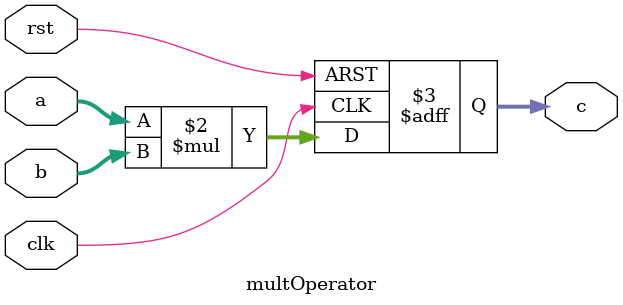
<source format=v>
module multOperator (
    input clk,
    input rst,
    input signed [31:0] a,
    input signed [31:0] b,
    output reg signed [63:0] c
);

always @(posedge clk, posedge rst) begin
    if (rst) c = 0;
    else c = a * b;
end
    
endmodule

</source>
